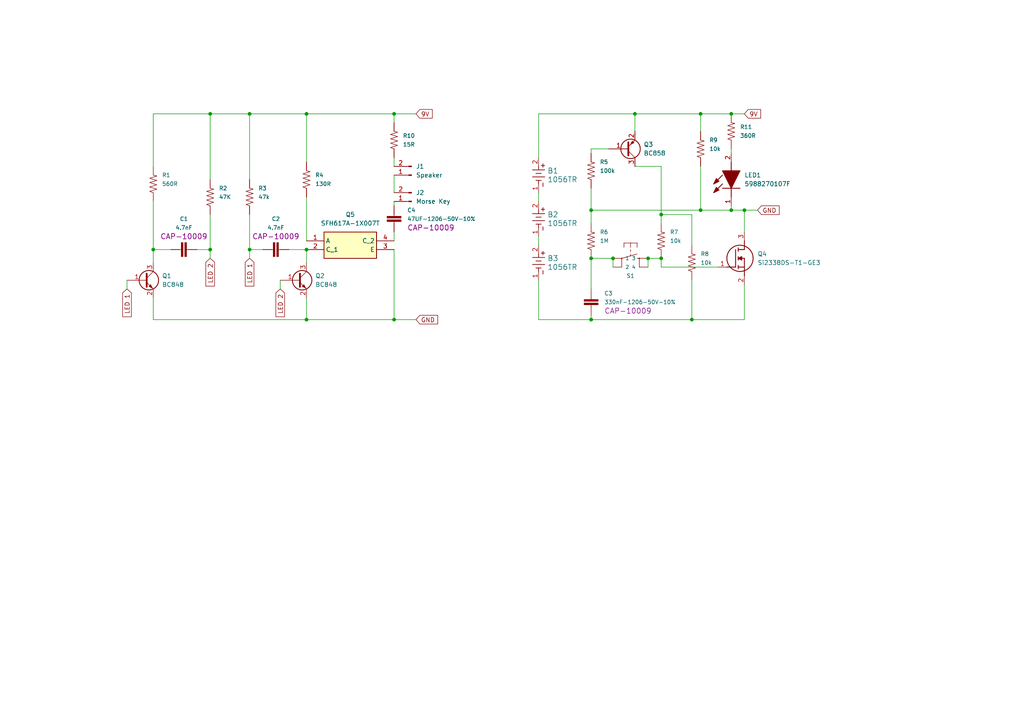
<source format=kicad_sch>
(kicad_sch (version 20230121) (generator eeschema)
  (paper "A4")
  (lib_symbols
    (symbol "CR1220 Holder:1056TR" (pin_names (offset 0.254))
      (property "Reference" "B" (at 4.826 3.81 0))
      (property "Value" "1056TR" (at 4.826 -3.81 0))
      (symbol "1056TR_0_1"
        (polyline (pts (xy 1.778 1.27) (xy 2.794 1.27)) (stroke (width 0.2032)))
        (polyline (pts (xy 2.286 0.762) (xy 2.286 1.778)) (stroke (width 0.2032)))
        (polyline (pts (xy 2.54 0) (xy 3.4798 0)) (stroke (width 0.2032)))
        (polyline (pts (xy 3.556 -1.778) (xy 3.556 1.778)) (stroke (width 0.2032)))
        (polyline (pts (xy 4.572 0.762) (xy 4.572 -0.762)) (stroke (width 0.2032)))
        (polyline (pts (xy 5.588 -1.778) (xy 5.588 1.778)) (stroke (width 0.2032)))
        (polyline (pts (xy 6.604 0) (xy 7.62 0)) (stroke (width 0.2032)))
        (polyline (pts (xy 6.604 0.762) (xy 6.604 -0.762)) (stroke (width 0.2032)))
        (polyline (pts (xy 7.366 1.27) (xy 8.382 1.27)) (stroke (width 0.2032)))
        (pin unspecified line (at 10.16 0 180) (length 2.54) (name "") (number "1"))
        (pin unspecified line (at 0 0 0) (length 2.54) (name "") (number "2"))
      )
    )
    (symbol "Connector:Conn_01x02_Pin" (pin_names (offset 1.016) hide)
      (property "Reference" "J" (at 0 2.54 0))
      (property "Value" "Conn_01x02_Pin" (at 0 -5.08 0))
      (symbol "Conn_01x02_Pin_1_1"
        (polyline (pts (xy 1.27 -2.54) (xy 0.8636 -2.54)) (stroke (width 0.1524)))
        (polyline (pts (xy 1.27 0) (xy 0.8636 0)) (stroke (width 0.1524)))
        (rectangle (start 0.8636 -2.413) (end 0 -2.667) (stroke (width 0.1524)) (fill (type outline)))
        (rectangle (start 0.8636 0.127) (end 0 -0.127) (stroke (width 0.1524)) (fill (type outline)))
        (pin passive line (at 5.08 0 180) (length 3.81) (name "Pin_1") (number "1"))
        (pin passive line (at 5.08 -2.54 180) (length 3.81) (name "Pin_2") (number "2"))
      )
    )
    (symbol "SamacSys_Parts:5988270107F" (pin_names hide)
      (property "Reference" "LED" (at 12.7 8.89 0))
      (property "Value" "5988270107F" (at 12.7 6.35 0))
      (symbol "5988270107F_1_1"
        (polyline (pts (xy 2.54 0) (xy 5.08 0)) (stroke (width 0.254)))
        (polyline (pts (xy 5.08 2.54) (xy 5.08 -2.54)) (stroke (width 0.254)))
        (polyline (pts (xy 6.35 2.54) (xy 3.81 5.08)) (stroke (width 0.254)))
        (polyline (pts (xy 8.89 2.54) (xy 6.35 5.08)) (stroke (width 0.254)))
        (polyline (pts (xy 10.16 0) (xy 12.7 0)) (stroke (width 0.254)))
        (polyline (pts (xy 5.08 0) (xy 10.16 2.54) (xy 10.16 -2.54) (xy 5.08 0)) (stroke (width 0.254)) (fill (type outline)))
        (polyline (pts (xy 5.334 4.318) (xy 4.572 3.556) (xy 3.81 5.08) (xy 5.334 4.318)) (stroke (width 0.254)) (fill (type outline)))
        (polyline (pts (xy 7.874 4.318) (xy 7.112 3.556) (xy 6.35 5.08) (xy 7.874 4.318)) (stroke (width 0.254)) (fill (type outline)))
        (pin passive line (at 0 0 0) (length 2.54) (name "K") (number "1"))
        (pin passive line (at 15.24 0 180) (length 2.54) (name "A") (number "2"))
      )
    )
    (symbol "SamacSys_Parts:SFH617A-1X007T"
      (property "Reference" "Q" (at 21.59 7.62 0))
      (property "Value" "SFH617A-1X007T" (at 21.59 5.08 0))
      (symbol "SFH617A-1X007T_1_1"
        (rectangle (start 5.08 2.54) (end 20.32 -5.08) (stroke (width 0.254)) (fill (type background)))
        (pin passive line (at 0 0 0) (length 5.08) (name "A") (number "1"))
        (pin passive line (at 0 -2.54 0) (length 5.08) (name "C_1") (number "2"))
        (pin passive line (at 25.4 -2.54 180) (length 5.08) (name "E") (number "3"))
        (pin passive line (at 25.4 0 180) (length 5.08) (name "C_2") (number "4"))
      )
    )
    (symbol "SamacSys_Parts:Si2338DS-T1-GE3" (pin_names hide)
      (property "Reference" "Q" (at 11.43 3.81 0))
      (property "Value" "Si2338DS-T1-GE3" (at 11.43 1.27 0))
      (symbol "Si2338DS-T1-GE3_1_1"
        (polyline (pts (xy 2.54 0) (xy 5.08 0)) (stroke (width 0.254)))
        (polyline (pts (xy 5.08 5.08) (xy 5.08 0)) (stroke (width 0.254)))
        (polyline (pts (xy 5.842 -0.508) (xy 5.842 0.508)) (stroke (width 0.254)))
        (polyline (pts (xy 5.842 0) (xy 7.62 0)) (stroke (width 0.254)))
        (polyline (pts (xy 5.842 2.032) (xy 5.842 3.048)) (stroke (width 0.254)))
        (polyline (pts (xy 5.842 5.588) (xy 5.842 4.572)) (stroke (width 0.254)))
        (polyline (pts (xy 7.62 2.54) (xy 5.842 2.54)) (stroke (width 0.254)))
        (polyline (pts (xy 7.62 2.54) (xy 7.62 -2.54)) (stroke (width 0.254)))
        (polyline (pts (xy 7.62 5.08) (xy 5.842 5.08)) (stroke (width 0.254)))
        (polyline (pts (xy 7.62 5.08) (xy 7.62 7.62)) (stroke (width 0.254)))
        (polyline (pts (xy 5.842 2.54) (xy 6.858 3.048) (xy 6.858 2.032) (xy 5.842 2.54)) (stroke (width 0.254)) (fill (type outline)))
        (circle (center 6.35 2.54) (radius 3.81) (stroke (width 0.254)))
        (pin input line (at 0 0 0) (length 2.54) (name "G") (number "1"))
        (pin bidirectional line (at 7.62 -5.08 90) (length 2.54) (name "S") (number "2"))
        (pin bidirectional line (at 7.62 10.16 270) (length 2.54) (name "D") (number "3"))
      )
    )
    (symbol "SparkFun-Capacitors:2.2UF-1206-50V-10%" (pin_numbers hide) (pin_names (offset 1.016) hide)
      (property "Reference" "C" (at 1.524 2.921 0))
      (property "Value" "2.2UF-1206-50V-10%" (at 1.524 -2.159 0))
      (property "Field4" "CAP-10009" (at 0 7.62 0))
      (symbol "2.2UF-1206-50V-10%_1_0"
        (polyline (pts (xy 0 0) (xy 0 0.508)))
        (polyline (pts (xy 0 2.54) (xy 0 2.032)))
      )
      (symbol "2.2UF-1206-50V-10%_1_1"
        (rectangle (start -2.032 0.508) (end 2.032 1.016) (fill (type outline)))
        (rectangle (start -2.032 1.524) (end 2.032 2.032) (fill (type outline)))
        (pin passive line (at 0 5.08 270) (length 2.54) (name "1") (number "1"))
        (pin passive line (at 0 -2.54 90) (length 2.54) (name "2") (number "2"))
      )
    )
    (symbol "SparkFun-Resistors:RESISTOR1206" (pin_numbers hide) (pin_names (offset 1.016) hide)
      (property "Reference" "R" (at -5.08 1.27 0))
      (property "Value" "RESISTOR1206" (at -5.08 -3.81 0))
      (property "Field4" " " (at 0 5.08 0))
      (symbol "RESISTOR1206_1_0"
        (polyline (pts (xy -2.54 0) (xy -2.159 1.016)))
        (polyline (pts (xy -2.159 1.016) (xy -1.524 -1.016)))
        (polyline (pts (xy -1.524 -1.016) (xy -0.889 1.016)))
        (polyline (pts (xy -0.889 1.016) (xy -0.254 -1.016)))
        (polyline (pts (xy -0.254 -1.016) (xy 0.381 1.016)))
        (polyline (pts (xy 0.381 1.016) (xy 1.016 -1.016)))
        (polyline (pts (xy 1.016 -1.016) (xy 1.651 1.016)))
        (polyline (pts (xy 1.651 1.016) (xy 2.286 -1.016)))
        (polyline (pts (xy 2.286 -1.016) (xy 2.54 0)))
      )
      (symbol "RESISTOR1206_1_1"
        (pin passive line (at -5.08 0 0) (length 2.54) (name "1") (number "1"))
        (pin passive line (at 5.08 0 180) (length 2.54) (name "2") (number "2"))
      )
    )
    (symbol "SparkFun-Switches:MOMENTARY-SWITCH-SPST-2-SMD-5.2MM" (pin_numbers hide) (pin_names (offset 1.016))
      (property "Reference" "S" (at -5.08 1.27 0))
      (property "Value" "MOMENTARY-SWITCH-SPST-2-SMD-5.2MM" (at -5.08 -5.08 0))
      (property "Field4" "SWCH-08247" (at 0 7.62 0))
      (symbol "MOMENTARY-SWITCH-SPST-2-SMD-5.2MM_1_0"
        (polyline (pts (xy -2.54 -2.54) (xy -2.54 0)))
        (polyline (pts (xy -2.54 0) (xy 1.905 1.27)))
        (polyline (pts (xy -1.905 4.445) (xy -1.905 3.175)))
        (polyline (pts (xy 0 1.27) (xy 0 0.635)))
        (polyline (pts (xy 0 2.54) (xy 0 1.905)))
        (polyline (pts (xy 0 4.445) (xy -1.905 4.445)))
        (polyline (pts (xy 0 4.445) (xy 0 3.175)))
        (polyline (pts (xy 1.905 0) (xy 2.54 0)))
        (polyline (pts (xy 1.905 4.445) (xy 0 4.445)))
        (polyline (pts (xy 1.905 4.445) (xy 1.905 3.175)))
        (polyline (pts (xy 2.54 -2.54) (xy 2.54 0)))
      )
      (symbol "MOMENTARY-SWITCH-SPST-2-SMD-5.2MM_1_1"
        (circle (center -2.54 0) (radius 0.127) (fill (type outline)))
        (circle (center 2.54 0) (radius 0.127) (fill (type outline)))
        (pin passive line (at -5.08 0 0) (length 2.54) (name "1") (number "1"))
        (pin passive line (at -5.08 -2.54 0) (length 2.54) (name "2") (number "2"))
        (pin passive line (at 5.08 0 180) (length 2.54) (name "3") (number "3"))
        (pin passive line (at 5.08 -2.54 180) (length 2.54) (name "4") (number "4"))
      )
    )
    (symbol "Transistor_BJT:BC848" (pin_names (offset 0) hide)
      (property "Reference" "Q" (at 5.08 1.905 0))
      (property "Value" "BC848" (at 5.08 0 0))
      (symbol "BC848_0_1"
        (polyline (pts (xy 0.635 0.635) (xy 2.54 2.54)))
        (polyline (pts (xy 0.635 -0.635) (xy 2.54 -2.54) (xy 2.54 -2.54)))
        (polyline (pts (xy 0.635 1.905) (xy 0.635 -1.905) (xy 0.635 -1.905)) (stroke (width 0.508)))
        (polyline (pts (xy 1.27 -1.778) (xy 1.778 -1.27) (xy 2.286 -2.286) (xy 1.27 -1.778) (xy 1.27 -1.778)) (fill (type outline)))
        (circle (center 1.27 0) (radius 2.8194) (stroke (width 0.254)))
      )
      (symbol "BC848_1_1"
        (pin input line (at -5.08 0 0) (length 5.715) (name "B") (number "1"))
        (pin passive line (at 2.54 -5.08 90) (length 2.54) (name "E") (number "2"))
        (pin passive line (at 2.54 5.08 270) (length 2.54) (name "C") (number "3"))
      )
    )
    (symbol "Transistor_BJT:BC858" (pin_names (offset 0) hide)
      (property "Reference" "Q" (at 5.08 1.905 0))
      (property "Value" "BC858" (at 5.08 0 0))
      (symbol "BC858_0_1"
        (polyline (pts (xy 0.635 0.635) (xy 2.54 2.54)))
        (polyline (pts (xy 0.635 -0.635) (xy 2.54 -2.54) (xy 2.54 -2.54)))
        (polyline (pts (xy 0.635 1.905) (xy 0.635 -1.905) (xy 0.635 -1.905)) (stroke (width 0.508)))
        (polyline (pts (xy 2.286 -1.778) (xy 1.778 -2.286) (xy 1.27 -1.27) (xy 2.286 -1.778) (xy 2.286 -1.778)) (fill (type outline)))
        (circle (center 1.27 0) (radius 2.8194) (stroke (width 0.254)))
      )
      (symbol "BC858_1_1"
        (pin input line (at -5.08 0 0) (length 5.715) (name "B") (number "1"))
        (pin passive line (at 2.54 -5.08 90) (length 2.54) (name "E") (number "2"))
        (pin passive line (at 2.54 5.08 270) (length 2.54) (name "C") (number "3"))
      )
    )
  )
  (junction (at 212.09 33.02))
  (junction (at 187.96 74.93))
  (junction (at 177.8 74.93))
  (junction (at 171.45 92.71))
  (junction (at 212.09 60.96))
  (junction (at 203.2 33.02))
  (junction (at 60.96 72.39))
  (junction (at 184.15 33.02))
  (junction (at 72.39 33.02))
  (junction (at 203.2 60.96))
  (junction (at 88.9 72.39))
  (junction (at 114.3 33.02))
  (junction (at 171.45 74.93))
  (junction (at 114.3 92.71))
  (junction (at 215.9 60.96))
  (junction (at 88.9 33.02))
  (junction (at 88.9 92.71))
  (junction (at 60.96 33.02))
  (junction (at 72.39 72.39))
  (junction (at 200.66 92.71))
  (junction (at 171.45 60.96))
  (junction (at 44.45 72.39))
  (junction (at 191.77 62.23))
  (junction (at 191.77 74.93))
  (wire (pts (xy 88.9 92.71) (xy 114.3 92.71)))
  (wire (pts (xy 191.77 62.23) (xy 191.77 64.77)))
  (wire (pts (xy 191.77 62.23) (xy 200.66 62.23)))
  (wire (pts (xy 88.9 33.02) (xy 72.39 33.02)))
  (wire (pts (xy 60.96 33.02) (xy 60.96 52.07)))
  (wire (pts (xy 171.45 43.18) (xy 171.45 44.45)))
  (wire (pts (xy 114.3 33.02) (xy 114.3 35.56)))
  (wire (pts (xy 191.77 74.93) (xy 187.96 74.93)))
  (wire (pts (xy 88.9 92.71) (xy 88.9 86.36)))
  (wire (pts (xy 114.3 55.88) (xy 114.3 50.8)))
  (wire (pts (xy 156.21 68.58) (xy 156.21 71.12)))
  (wire (pts (xy 200.66 62.23) (xy 200.66 71.12)))
  (wire (pts (xy 114.3 72.39) (xy 114.3 92.71)))
  (wire (pts (xy 44.45 72.39) (xy 44.45 58.42)))
  (wire (pts (xy 215.9 60.96) (xy 219.71 60.96)))
  (wire (pts (xy 156.21 55.88) (xy 156.21 58.42)))
  (wire (pts (xy 171.45 74.93) (xy 171.45 83.82)))
  (wire (pts (xy 44.45 33.02) (xy 44.45 48.26)))
  (wire (pts (xy 88.9 72.39) (xy 88.9 76.2)))
  (wire (pts (xy 171.45 60.96) (xy 171.45 64.77)))
  (wire (pts (xy 203.2 60.96) (xy 212.09 60.96)))
  (wire (pts (xy 72.39 33.02) (xy 60.96 33.02)))
  (wire (pts (xy 114.3 59.69) (xy 114.3 58.42)))
  (wire (pts (xy 203.2 33.02) (xy 184.15 33.02)))
  (wire (pts (xy 212.09 43.18) (xy 212.09 44.45)))
  (wire (pts (xy 88.9 33.02) (xy 88.9 46.99)))
  (wire (pts (xy 176.53 43.18) (xy 171.45 43.18)))
  (wire (pts (xy 114.3 92.71) (xy 120.65 92.71)))
  (wire (pts (xy 200.66 81.28) (xy 200.66 92.71)))
  (wire (pts (xy 212.09 60.96) (xy 215.9 60.96)))
  (wire (pts (xy 83.82 72.39) (xy 88.9 72.39)))
  (wire (pts (xy 203.2 48.26) (xy 203.2 60.96)))
  (wire (pts (xy 191.77 48.26) (xy 191.77 62.23)))
  (wire (pts (xy 114.3 45.72) (xy 114.3 48.26)))
  (wire (pts (xy 171.45 60.96) (xy 203.2 60.96)))
  (wire (pts (xy 215.9 82.55) (xy 215.9 92.71)))
  (wire (pts (xy 72.39 72.39) (xy 76.2 72.39)))
  (wire (pts (xy 187.96 74.93) (xy 187.96 77.47)))
  (wire (pts (xy 203.2 33.02) (xy 203.2 38.1)))
  (wire (pts (xy 184.15 33.02) (xy 156.21 33.02)))
  (wire (pts (xy 88.9 57.15) (xy 88.9 69.85)))
  (wire (pts (xy 72.39 62.23) (xy 72.39 72.39)))
  (wire (pts (xy 60.96 72.39) (xy 60.96 74.93)))
  (wire (pts (xy 171.45 92.71) (xy 200.66 92.71)))
  (wire (pts (xy 81.28 81.28) (xy 81.28 83.82)))
  (wire (pts (xy 114.3 67.31) (xy 114.3 69.85)))
  (wire (pts (xy 114.3 33.02) (xy 88.9 33.02)))
  (wire (pts (xy 44.45 72.39) (xy 49.53 72.39)))
  (wire (pts (xy 44.45 92.71) (xy 88.9 92.71)))
  (wire (pts (xy 36.83 81.28) (xy 36.83 83.82)))
  (wire (pts (xy 184.15 33.02) (xy 184.15 38.1)))
  (wire (pts (xy 200.66 92.71) (xy 215.9 92.71)))
  (wire (pts (xy 44.45 76.2) (xy 44.45 72.39)))
  (wire (pts (xy 208.28 77.47) (xy 191.77 77.47)))
  (wire (pts (xy 171.45 54.61) (xy 171.45 60.96)))
  (wire (pts (xy 156.21 81.28) (xy 156.21 92.71)))
  (wire (pts (xy 212.09 60.96) (xy 212.09 59.69)))
  (wire (pts (xy 60.96 72.39) (xy 60.96 62.23)))
  (wire (pts (xy 44.45 86.36) (xy 44.45 92.71)))
  (wire (pts (xy 60.96 33.02) (xy 44.45 33.02)))
  (wire (pts (xy 212.09 33.02) (xy 203.2 33.02)))
  (wire (pts (xy 57.15 72.39) (xy 60.96 72.39)))
  (wire (pts (xy 184.15 48.26) (xy 191.77 48.26)))
  (wire (pts (xy 171.45 74.93) (xy 177.8 74.93)))
  (wire (pts (xy 120.65 33.02) (xy 114.3 33.02)))
  (wire (pts (xy 177.8 74.93) (xy 177.8 77.47)))
  (wire (pts (xy 72.39 33.02) (xy 72.39 52.07)))
  (wire (pts (xy 72.39 72.39) (xy 72.39 74.93)))
  (wire (pts (xy 191.77 77.47) (xy 191.77 74.93)))
  (wire (pts (xy 156.21 92.71) (xy 171.45 92.71)))
  (wire (pts (xy 215.9 60.96) (xy 215.9 67.31)))
  (wire (pts (xy 212.09 33.02) (xy 215.9 33.02)))
  (wire (pts (xy 171.45 91.44) (xy 171.45 92.71)))
  (wire (pts (xy 156.21 33.02) (xy 156.21 45.72)))
  (global_label "GND" (shape input) (at 219.71 60.96 0) (property "Intersheetrefs" "${INTERSHEET_REFS}" (effects hide)))
  (global_label "9V" (shape input) (at 120.65 33.02 0) (property "Intersheetrefs" "${INTERSHEET_REFS}" (effects hide)))
  (global_label "LED 1" (shape input) (at 72.39 74.93 270) (property "Intersheetrefs" "${INTERSHEET_REFS}" (effects hide)))
  (global_label "GND" (shape input) (at 120.65 92.71 0) (property "Intersheetrefs" "${INTERSHEET_REFS}" (effects hide)))
  (global_label "LED 2" (shape input) (at 60.96 74.93 270) (property "Intersheetrefs" "${INTERSHEET_REFS}" (effects hide)))
  (global_label "LED 2" (shape input) (at 81.28 83.82 270) (property "Intersheetrefs" "${INTERSHEET_REFS}" (effects hide)))
  (global_label "LED 1" (shape input) (at 36.83 83.82 270) (property "Intersheetrefs" "${INTERSHEET_REFS}" (effects hide)))
  (global_label "9V" (shape input) (at 215.9 33.02 0) (property "Intersheetrefs" "${INTERSHEET_REFS}" (effects hide)))
  (symbol (lib_id "SparkFun-Switches:MOMENTARY-SWITCH-SPST-2-SMD-5.2MM") (at 182.88 74.93 0) (unit 1)
    (property "Reference" "S1" (at 182.88 80.01 0) (effects (font (size 1.143 1.143))))
    (property "Value" "MOMENTARY-SWITCH-SPST-2-SMD-5.2MM" (effects hide))
    (property "Footprint" "Switches:TACTILE_SWITCH_SMD_5.2MM" (effects hide))
    (property "Field4" "SWCH-08247" (effects hide))
  )
  (symbol (lib_id "Connector:Conn_01x02_Pin") (at 119.38 50.8 180) (unit 1)
    (property "Reference" "J1" (at 120.65 48.26 0) (effects (justify right)))
    (property "Value" "Speaker" (at 120.65 50.8 0) (effects (justify right)))
    (property "Footprint" "SamacSys_Parts:17761192" (effects hide))
  )
  (symbol (lib_id "SparkFun-Resistors:RESISTOR1206") (at 72.39 57.15 90) (unit 1)
    (property "Reference" "R3" (at 74.93 54.61 90) (effects (font (size 1.143 1.143)) (justify right)))
    (property "Value" "47k" (at 74.93 57.15 90) (effects (font (size 1.143 1.143)) (justify right)))
    (property "Footprint" "Capacitor_SMD:C_1206_3216Metric" (effects hide))
    (property "Field4" " " (at 74.93 59.69 90) (effects (font (size 1.524 1.524)) (justify right)))
  )
  (symbol (lib_id "CR1220 Holder:1056TR") (at 156.21 58.42 270) (unit 1)
    (property "Reference" "B2" (at 158.75 62.23 90) (effects (font (size 1.524 1.524)) (justify left)))
    (property "Value" "1056TR" (at 158.75 64.77 90) (effects (font (size 1.524 1.524)) (justify left)))
    (property "Footprint" "SamacSys_Parts:1056TR" (effects hide))
    (property "Datasheet" "1056TR" (effects hide))
  )
  (symbol (lib_id "SparkFun-Resistors:RESISTOR1206") (at 191.77 69.85 90) (unit 1)
    (property "Reference" "R7" (at 194.31 67.31 90) (effects (font (size 1.143 1.143)) (justify right)))
    (property "Value" "10k" (at 194.31 69.85 90) (effects (font (size 1.143 1.143)) (justify right)))
    (property "Footprint" "Capacitor_SMD:C_1206_3216Metric" (effects hide))
    (property "Field4" " " (at 194.31 72.39 90) (effects (font (size 1.524 1.524)) (justify right)))
  )
  (symbol (lib_id "Transistor_BJT:BC848") (at 41.91 81.28 0) (unit 1)
    (property "Reference" "Q1" (at 46.99 80.01 0) (effects (justify left)))
    (property "Value" "BC848" (at 46.99 82.55 0) (effects (justify left)))
    (property "Footprint" "Package_TO_SOT_SMD:SOT-23" (effects hide))
    (property "Datasheet" "http://www.infineon.com/dgdl/Infineon-BC847SERIES_BC848SERIES_BC849SERIES_BC850SERIES-DS-v01_01-en.pdf?fileId=db3a304314dca389011541d4630a1657" (effects hide))
  )
  (symbol (lib_id "SparkFun-Capacitors:2.2UF-1206-50V-10%") (at 52.07 72.39 270) (unit 1)
    (property "Reference" "C1" (at 53.34 63.5 90) (effects (font (size 1.143 1.143))))
    (property "Value" "4.7nF" (at 53.34 66.04 90) (effects (font (size 1.143 1.143))))
    (property "Footprint" "Capacitor_SMD:C_1206_3216Metric" (effects hide))
    (property "Field4" "CAP-10009" (at 53.34 68.58 90) (effects (font (size 1.524 1.524))))
  )
  (symbol (lib_id "SparkFun-Resistors:RESISTOR1206") (at 212.09 38.1 90) (unit 1)
    (property "Reference" "R11" (at 214.63 36.83 90) (effects (font (size 1.143 1.143)) (justify right)))
    (property "Value" "360R" (at 214.63 39.37 90) (effects (font (size 1.143 1.143)) (justify right)))
    (property "Footprint" "Capacitor_SMD:C_1206_3216Metric" (effects hide))
    (property "Field4" " " (at 214.63 49.53 90) (effects (font (size 1.524 1.524)) (justify right)))
  )
  (symbol (lib_id "SamacSys_Parts:SFH617A-1X007T") (at 88.9 69.85 0) (unit 1)
    (property "Reference" "Q5" (at 101.6 62.23 0))
    (property "Value" "SFH617A-1X007T" (at 101.6 64.77 0))
    (property "Footprint" "SamacSys_Parts:SOP254P1016X440-4N" (effects hide))
    (property "Datasheet" "http://www.vishay.com/docs/83740/sfh617a.pdf" (effects hide))
    (property "Height" "4.4" (effects hide))
    (property "Manufacturer_Name" "Vishay" (effects hide))
    (property "Manufacturer_Part_Number" "SFH617A-1X007T" (effects hide))
  )
  (symbol (lib_id "SparkFun-Resistors:RESISTOR1206") (at 203.2 43.18 90) (unit 1)
    (property "Reference" "R9" (at 205.74 40.64 90) (effects (font (size 1.143 1.143)) (justify right)))
    (property "Value" "10k" (at 205.74 43.18 90) (effects (font (size 1.143 1.143)) (justify right)))
    (property "Footprint" "Capacitor_SMD:C_1206_3216Metric" (effects hide))
    (property "Field4" " " (at 205.74 45.72 90) (effects (font (size 1.524 1.524)) (justify right)))
  )
  (symbol (lib_id "SparkFun-Resistors:RESISTOR1206") (at 88.9 52.07 90) (unit 1)
    (property "Reference" "R4" (at 91.44 50.8 90) (effects (font (size 1.143 1.143)) (justify right)))
    (property "Value" "130R" (at 91.44 53.34 90) (effects (font (size 1.143 1.143)) (justify right)))
    (property "Footprint" "Capacitor_SMD:C_1206_3216Metric" (effects hide))
    (property "Field4" " " (at 91.44 63.5 90) (effects (font (size 1.524 1.524)) (justify right)))
  )
  (symbol (lib_id "SparkFun-Resistors:RESISTOR1206") (at 44.45 53.34 90) (unit 1)
    (property "Reference" "R1" (at 46.99 50.8 90) (effects (font (size 1.143 1.143)) (justify right)))
    (property "Value" "560R" (at 46.99 53.34 90) (effects (font (size 1.143 1.143)) (justify right)))
    (property "Footprint" "Capacitor_SMD:C_1206_3216Metric" (effects hide))
    (property "Field4" " " (at 46.99 55.88 90) (effects (font (size 1.524 1.524)) (justify right)))
  )
  (symbol (lib_id "SparkFun-Resistors:RESISTOR1206") (at 171.45 49.53 90) (unit 1)
    (property "Reference" "R5" (at 173.99 46.99 90) (effects (font (size 1.143 1.143)) (justify right)))
    (property "Value" "100k" (at 173.99 49.53 90) (effects (font (size 1.143 1.143)) (justify right)))
    (property "Footprint" "Capacitor_SMD:C_1206_3216Metric" (effects hide))
    (property "Field4" " " (at 173.99 52.07 90) (effects (font (size 1.524 1.524)) (justify right)))
  )
  (symbol (lib_id "Transistor_BJT:BC848") (at 86.36 81.28 0) (unit 1)
    (property "Reference" "Q2" (at 91.44 80.01 0) (effects (justify left)))
    (property "Value" "BC848" (at 91.44 82.55 0) (effects (justify left)))
    (property "Footprint" "Package_TO_SOT_SMD:SOT-23" (effects hide))
    (property "Datasheet" "http://www.infineon.com/dgdl/Infineon-BC847SERIES_BC848SERIES_BC849SERIES_BC850SERIES-DS-v01_01-en.pdf?fileId=db3a304314dca389011541d4630a1657" (effects hide))
  )
  (symbol (lib_id "CR1220 Holder:1056TR") (at 156.21 45.72 270) (unit 1)
    (property "Reference" "B1" (at 158.75 49.53 90) (effects (font (size 1.524 1.524)) (justify left)))
    (property "Value" "1056TR" (at 158.75 52.07 90) (effects (font (size 1.524 1.524)) (justify left)))
    (property "Footprint" "SamacSys_Parts:1056TR" (effects hide))
    (property "Datasheet" "1056TR" (effects hide))
  )
  (symbol (lib_id "SparkFun-Resistors:RESISTOR1206") (at 200.66 76.2 90) (unit 1)
    (property "Reference" "R8" (at 203.2 73.66 90) (effects (font (size 1.143 1.143)) (justify right)))
    (property "Value" "10k" (at 203.2 76.2 90) (effects (font (size 1.143 1.143)) (justify right)))
    (property "Footprint" "Capacitor_SMD:C_1206_3216Metric" (effects hide))
    (property "Field4" " " (at 203.2 78.74 90) (effects (font (size 1.524 1.524)) (justify right)))
  )
  (symbol (lib_id "Connector:Conn_01x02_Pin") (at 119.38 58.42 180) (unit 1)
    (property "Reference" "J2" (at 120.65 55.88 0) (effects (justify right)))
    (property "Value" "Morse Key" (at 120.65 58.42 0) (effects (justify right)))
    (property "Footprint" "SamacSys_Parts:17761192" (effects hide))
  )
  (symbol (lib_id "SparkFun-Capacitors:2.2UF-1206-50V-10%") (at 114.3 64.77 0) (unit 1)
    (property "Reference" "C4" (at 118.11 60.96 0) (effects (font (size 1.143 1.143)) (justify left)))
    (property "Value" "47UF-1206-50V-10%" (at 118.11 63.5 0) (effects (font (size 1.143 1.143)) (justify left)))
    (property "Footprint" "Capacitors:1206" (effects hide))
    (property "Field4" "CAP-10009" (at 118.11 66.04 0) (effects (font (size 1.524 1.524)) (justify left)))
  )
  (symbol (lib_id "Transistor_BJT:BC858") (at 181.61 43.18 0) (mirror x) (unit 1)
    (property "Reference" "Q3" (at 186.69 41.91 0) (effects (justify left)))
    (property "Value" "BC858" (at 186.69 44.45 0) (effects (justify left)))
    (property "Footprint" "Package_TO_SOT_SMD:SOT-23" (effects hide))
    (property "Datasheet" "https://www.onsemi.com/pub/Collateral/BC860-D.pdf" (effects hide))
  )
  (symbol (lib_id "CR1220 Holder:1056TR") (at 156.21 71.12 270) (unit 1)
    (property "Reference" "B3" (at 158.75 74.93 90) (effects (font (size 1.524 1.524)) (justify left)))
    (property "Value" "1056TR" (at 158.75 77.47 90) (effects (font (size 1.524 1.524)) (justify left)))
    (property "Footprint" "SamacSys_Parts:1056TR" (effects hide))
    (property "Datasheet" "1056TR" (effects hide))
  )
  (symbol (lib_id "SparkFun-Resistors:RESISTOR1206") (at 171.45 69.85 90) (unit 1)
    (property "Reference" "R6" (at 173.99 67.31 90) (effects (font (size 1.143 1.143)) (justify right)))
    (property "Value" "1M" (at 173.99 69.85 90) (effects (font (size 1.143 1.143)) (justify right)))
    (property "Footprint" "Capacitor_SMD:C_1206_3216Metric" (effects hide))
    (property "Field4" " " (at 173.99 72.39 90) (effects (font (size 1.524 1.524)) (justify right)))
  )
  (symbol (lib_id "SparkFun-Capacitors:2.2UF-1206-50V-10%") (at 78.74 72.39 270) (unit 1)
    (property "Reference" "C2" (at 80.01 63.5 90) (effects (font (size 1.143 1.143))))
    (property "Value" "4.7nF" (at 80.01 66.04 90) (effects (font (size 1.143 1.143))))
    (property "Footprint" "Capacitor_SMD:C_1206_3216Metric" (effects hide))
    (property "Field4" "CAP-10009" (at 80.01 68.58 90) (effects (font (size 1.524 1.524))))
  )
  (symbol (lib_id "SamacSys_Parts:5988270107F") (at 212.09 59.69 90) (unit 1)
    (property "Reference" "LED1" (at 215.9 50.8 90) (effects (justify right)))
    (property "Value" "5988270107F" (at 215.9 53.34 90) (effects (justify right)))
    (property "Footprint" "SamacSys_Parts:5988270107F" (effects hide))
    (property "Datasheet" "https://s3-us-west-2.amazonaws.com/catsy.557/Dialight_CBI_data_598-1206_Apr2018.pdf" (effects hide))
    (property "Height" "0.9" (effects hide))
    (property "Manufacturer_Name" "Dialight" (effects hide))
    (property "Manufacturer_Part_Number" "5988270107F" (effects hide))
  )
  (symbol (lib_id "SparkFun-Capacitors:2.2UF-1206-50V-10%") (at 171.45 86.36 180) (unit 1)
    (property "Reference" "C3" (at 175.26 85.09 0) (effects (font (size 1.143 1.143)) (justify right)))
    (property "Value" "330nF-1206-50V-10%" (at 175.26 87.63 0) (effects (font (size 1.143 1.143)) (justify right)))
    (property "Footprint" "Capacitor_SMD:C_1206_3216Metric" (effects hide))
    (property "Field4" "CAP-10009" (at 175.26 90.17 0) (effects (font (size 1.524 1.524)) (justify right)))
  )
  (symbol (lib_id "SparkFun-Resistors:RESISTOR1206") (at 114.3 40.64 90) (unit 1)
    (property "Reference" "R10" (at 116.84 39.37 90) (effects (font (size 1.143 1.143)) (justify right)))
    (property "Value" "15R" (at 116.84 41.91 90) (effects (font (size 1.143 1.143)) (justify right)))
    (property "Footprint" "Capacitor_SMD:C_1206_3216Metric" (effects hide))
    (property "Field4" " " (at 116.84 52.07 90) (effects (font (size 1.524 1.524)) (justify right)))
  )
  (symbol (lib_id "SparkFun-Resistors:RESISTOR1206") (at 60.96 57.15 90) (unit 1)
    (property "Reference" "R2" (at 63.5 54.61 90) (effects (font (size 1.143 1.143)) (justify right)))
    (property "Value" "47K" (at 63.5 57.15 90) (effects (font (size 1.143 1.143)) (justify right)))
    (property "Footprint" "Capacitor_SMD:C_1206_3216Metric" (effects hide))
    (property "Field4" " " (at 63.5 59.69 90) (effects (font (size 1.524 1.524)) (justify right)))
  )
  (symbol (lib_id "SamacSys_Parts:Si2338DS-T1-GE3") (at 208.28 77.47 0) (unit 1)
    (property "Reference" "Q4" (at 219.71 73.66 0) (effects (justify left)))
    (property "Value" "Si2338DS-T1-GE3" (at 219.71 76.2 0) (effects (justify left)))
    (property "Footprint" "SamacSys_Parts:SOT95P237X112-3N" (effects hide))
    (property "Height" "1.12" (effects hide))
    (property "Manufacturer_Name" "Vishay" (effects hide))
    (property "Manufacturer_Part_Number" "Si2338DS-T1-GE3" (effects hide))
  )
)
</source>
